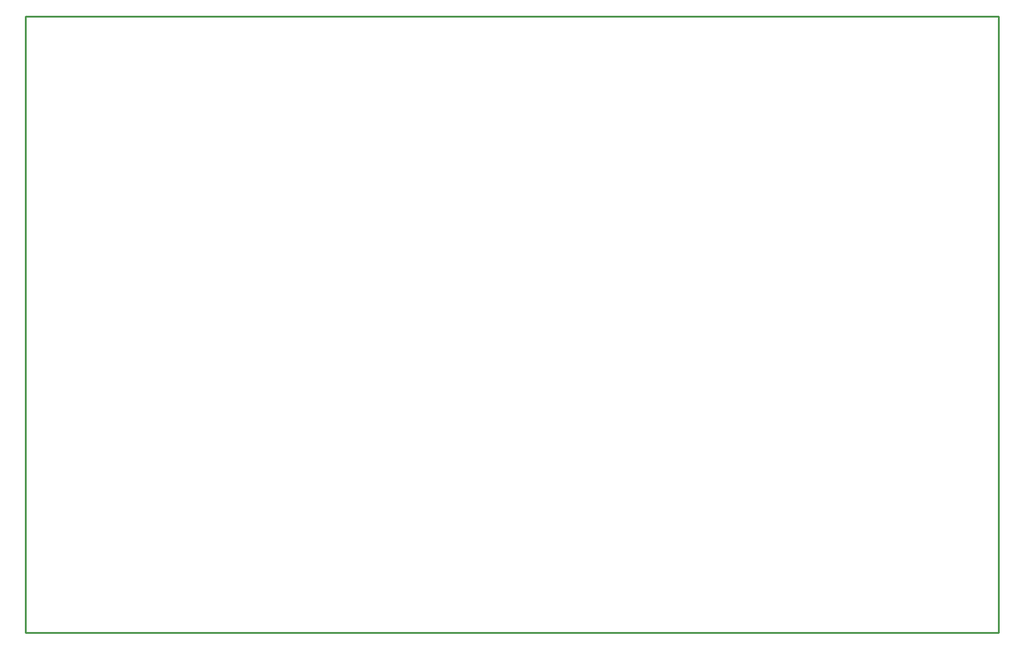
<source format=gbr>
G75*
%MOIN*%
%OFA0B0*%
%FSLAX25Y25*%
%IPPOS*%
%LPD*%
%AMOC8*
5,1,8,0,0,1.08239X$1,22.5*
%
%ADD10C,0.01000*%
D10*
X0049622Y0003000D02*
X0049622Y0341701D01*
X0584543Y0341701D01*
X0584543Y0003000D01*
X0049622Y0003000D01*
M02*

</source>
